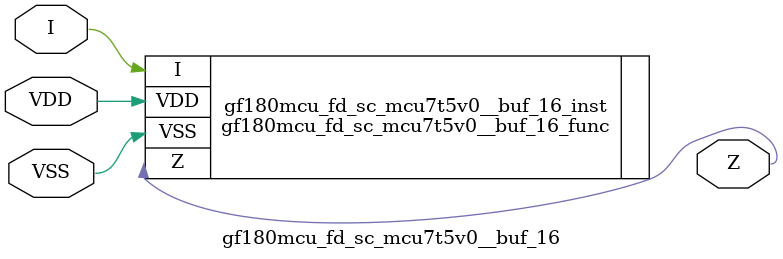
<source format=v>

module gf180mcu_fd_sc_mcu7t5v0__buf_16( I, Z, VDD, VSS );
input I;
inout VDD, VSS;
output Z;

   `ifdef FUNCTIONAL  //  functional //

	gf180mcu_fd_sc_mcu7t5v0__buf_16_func gf180mcu_fd_sc_mcu7t5v0__buf_16_behav_inst(.I(I),.Z(Z),.VDD(VDD),.VSS(VSS));

   `else

	gf180mcu_fd_sc_mcu7t5v0__buf_16_func gf180mcu_fd_sc_mcu7t5v0__buf_16_inst(.I(I),.Z(Z),.VDD(VDD),.VSS(VSS));

	// spec_gates_begin


	// spec_gates_end



   specify

	// specify_block_begin

	// comb arc I --> Z
	 (I => Z) = (1.0,1.0);

	// specify_block_end

   endspecify

   `endif

endmodule

</source>
